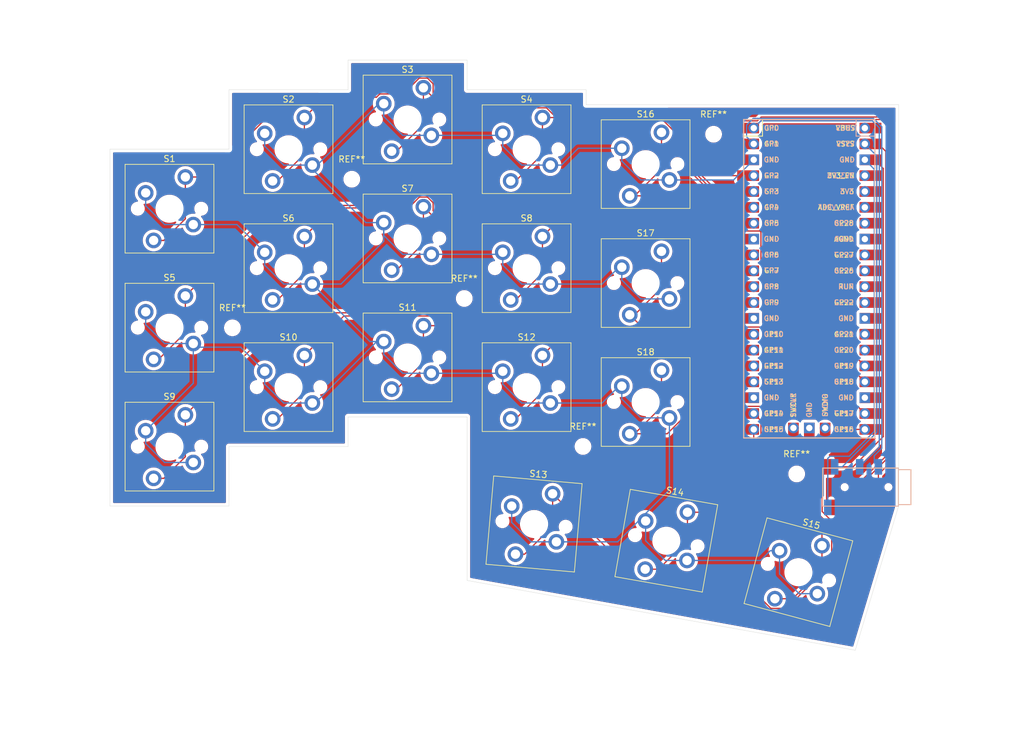
<source format=kicad_pcb>
(kicad_pcb (version 20240108) (generator "pcbnew") (generator_version "8.0")
  (layers (0 "F.Cu" signal) (31 "B.Cu" signal) (34 "B.Paste" user) (35 "F.Paste" user) (36 "B.SilkS" user "B.Silkscreen") (37 "F.SilkS" user "F.Silkscreen") (38 "B.Mask" user) (39 "F.Mask" user) (44 "Edge.Cuts" user))
  (net 0 "")
  (net 1 "k1")
  (net 6 "Net-(U1-GPIO0)")
  (net 7 "k2")
  (net 9 "Net-(U1-GPIO1)")
  (net 13 "Net-(U2-SLEEVE)")
  (net 14 "Net-(U1-VSYS)")
  (net 20 "k3")
  (net 24 "k4")
  (net 29 "k5")
  (net 30 "k6")
  (net 31 "k7")
  (net 32 "k8")
  (net 33 "k9")
  (net 34 "k10")
  (net 35 "k11")
  (net 36 "k12")
  (net 37 "k13")
  (net 38 "k14")
  (net 39 "k15")
  (net 40 "k16")
  (net 41 "k17")
  (net 42 "k18")
  (net 43 "gnd")
  (footprint "ScottoKeebs_MX:MX_PCB_1.00u_Reversable" (layer "F.Cu") (at 165.340376 115.098648 -5)
    (property "Reference" "S13")
    (property "Value" "Keyswitch")
  )
  (footprint "ScottoKeebs_MX:MX_PCB_1.00u_Reversable" (layer "F.Cu") (at 106.9975 64.61125)
    (property "Reference" "S1")
    (property "Value" "Keyswitch")
  )
  (footprint "ScottoKeebs_MX:MX_PCB_1.00u_Reversable" (layer "F.Cu") (at 186.508551 117.780511 -10)
    (property "Reference" "S14")
    (property "Value" "Keyswitch")
  )
  (footprint "ScottoKeebs_MX:MX_PCB_1.00u_Reversable" (layer "F.Cu") (at 164.1475 55.08625)
    (property "Reference" "S4")
    (property "Value" "Keyswitch")
  )
  (footprint "ScottoKeebs_MX:MX_PCB_1.00u_Reversable" (layer "F.Cu") (at 183.1975 57.4675)
    (property "Reference" "S16")
    (property "Value" "Keyswitch")
  )
  (footprint "ScottoKeebs_MX:MX_PCB_1.00u_Reversable" (layer "F.Cu") (at 164.1475 93.18625)
    (property "Reference" "S12")
    (property "Value" "Keyswitch")
  )
  (footprint "ScottoKeebs_MX:MX_PCB_1.00u_Reversable" (layer "F.Cu") (at 207.651527 122.819553 -15)
    (property "Reference" "S15")
    (property "Value" "Keyswitch")
  )
  (footprint "ScottoKeebs_MX:MX_PCB_1.00u_Reversable" (layer "F.Cu") (at 183.1975 95.5675)
    (property "Reference" "S18")
    (property "Value" "Keyswitch")
  )
  (footprint "MountingHole:MountingHole_2.2mm_M2" (layer "F.Cu") (at 173.1725 102.68625)
    (property "Reference" "REF**")
    (property "Value" "MountingHole_2.2mm_M2")
  )
  (footprint "ScottoKeebs_MX:MX_PCB_1.00u_Reversable" (layer "F.Cu") (at 145.0975 50.32375)
    (property "Reference" "S3")
    (property "Value" "Keyswitch")
  )
  (footprint "Audio_Module:TRRS-PJ-320D" (layer "F.Cu") (at 223.6525 109.19625 -90)
    (property "Reference" "U2")
    (property "Value" "TRRS")
  )
  (footprint "MountingHole:MountingHole_2.2mm_M2" (layer "F.Cu") (at 117.0725 83.68625)
    (property "Reference" "REF**")
    (property "Value" "MountingHole_2.2mm_M2")
  )
  (footprint "ScottoKeebs_MX:MX_PCB_1.00u_Reversable" (layer "F.Cu") (at 145.0975 69.37375)
    (property "Reference" "S7")
    (property "Value" "Keyswitch")
  )
  (footprint "ScottoKeebs_MX:MX_PCB_1.00u_Reversable" (layer "F.Cu") (at 126.0475 74.13625)
    (property "Reference" "S6")
    (property "Value" "Keyswitch")
  )
  (footprint "MountingHole:MountingHole_2.2mm_M2" (layer "F.Cu") (at 154.1725 78.98625)
    (property "Reference" "REF**")
    (property "Value" "MountingHole_2.2mm_M2")
  )
  (footprint "ScottoKeebs_MX:MX_PCB_1.00u_Reversable" (layer "F.Cu") (at 145.0975 88.42375)
    (property "Reference" "S11")
    (property "Value" "Keyswitch")
  )
  (footprint "MountingHole:MountingHole_2.2mm_M2" (layer "F.Cu") (at 194.0725 52.68625)
    (property "Reference" "REF**")
    (property "Value" "MountingHole_2.2mm_M2")
  )
  (footprint "ScottoKeebs_MX:MX_PCB_1.00u_Reversable" (layer "F.Cu") (at 106.9975 83.66125)
    (property "Reference" "S5")
    (property "Value" "Keyswitch")
  )
  (footprint "ScottoKeebs_MX:MX_PCB_1.00u_Reversable" (layer "F.Cu") (at 126.0475 55.08625)
    (property "Reference" "S2")
    (property "Value" "Keyswitch")
  )
  (footprint "ScottoKeebs_MX:MX_PCB_1.00u_Reversable" (layer "F.Cu") (at 106.9975 102.71125)
    (property "Reference" "S9")
    (property "Value" "Keyswitch")
  )
  (footprint "ScottoKeebs_MX:MX_PCB_1.00u_Reversable" (layer "F.Cu") (at 183.1975 76.5175)
    (property "Reference" "S17")
    (property "Value" "Keyswitch")
  )
  (footprint "MountingHole:MountingHole_2.2mm_M2" (layer "F.Cu") (at 136.1725 59.88625)
    (property "Reference" "REF**")
    (property "Value" "MountingHole_2.2mm_M2")
  )
  (footprint "MountingHole:MountingHole_2.2mm_M2" (layer "F.Cu") (at 207.3725 107.08625)
    (property "Reference" "REF**")
    (property "Value" "MountingHole_2.2mm_M2")
  )
  (footprint "ScottoKeebs_MCU:Raspberry_Pi_Pico" (layer "F.Cu") (at 209.39125 75.82375)
    (property "Reference" "U1" (hide yes))
    (property "Value" "Raspberry_Pi_Pico" (hide yes))
  )
  (footprint "ScottoKeebs_MX:MX_PCB_1.00u_Reversable" (layer "F.Cu") (at 126.0475 93.18625)
    (property "Reference" "S10")
    (property "Value" "Keyswitch")
  )
  (footprint "ScottoKeebs_MX:MX_PCB_1.00u_Reversable" (layer "F.Cu") (at 164.1475 74.13625)
    (property "Reference" "S8")
    (property "Value" "Keyswitch")
  )
  (footprint "Audio_Module:TRRS-PJ-320D" (layer "B.Cu") (at 223.6525 109.19625 90)
    (property "Reference" "U3")
    (property "Value" "TRRS")
  )
  (gr_line (start 154.6225 45.56125) (end 173.6725 45.56125) (stroke (width 0.05)) (layer "Edge.Cuts"))
  (gr_line (start 135.5725 102.71125) (end 135.5725 97.94875) (stroke (width 0.05)) (layer "Edge.Cuts"))
  (gr_line (start 97.4725 55.08625) (end 97.4725 112.23625) (stroke (width 0.05)) (layer "Edge.Cuts"))
  (gr_line (start 173.6725 47.9425) (end 192.7225 47.9425) (stroke (width 0.05)) (layer "Edge.Cuts"))
  (gr_line (start 97.4725 55.08625) (end 116.5225 55.08625) (stroke (width 0.05)) (layer "Edge.Cuts"))
  (gr_line (start 223.67875 112.23625) (end 216.750881 135.322859) (stroke (width 0.05)) (layer "Edge.Cuts"))
  (gr_line (start 173.6725 45.56125) (end 173.6725 47.9425) (stroke (width 0.05)) (layer "Edge.Cuts"))
  (gr_line (start 154.6225 124.1425) (end 216.750881 135.322859) (stroke (width 0.05)) (layer "Edge.Cuts"))
  (gr_line (start 154.6225 97.94875) (end 154.6225 124.1425) (stroke (width 0.05)) (layer "Edge.Cuts"))
  (gr_line (start 135.5725 45.56125) (end 135.5725 40.79875) (stroke (width 0.05)) (layer "Edge.Cuts"))
  (gr_line (start 192.7225 47.9425) (end 223.682724 47.9425) (stroke (width 0.05)) (layer "Edge.Cuts"))
  (gr_line (start 116.5225 112.23625) (end 116.5225 102.71125) (stroke (width 0.05)) (layer "Edge.Cuts"))
  (gr_line (start 116.5225 55.08625) (end 116.5225 45.56125) (stroke (width 0.05)) (layer "Edge.Cuts"))
  (gr_line (start 97.4725 112.23625) (end 116.5225 112.23625) (stroke (width 0.05)) (layer "Edge.Cuts"))
  (gr_line (start 116.5225 102.71125) (end 135.5725 102.71125) (stroke (width 0.05)) (layer "Edge.Cuts"))
  (gr_line (start 154.6225 40.79875) (end 154.6225 45.56125) (stroke (width 0.05)) (layer "Edge.Cuts"))
  (gr_line (start 135.5725 40.79875) (end 154.6225 40.79875) (stroke (width 0.05)) (layer "Edge.Cuts"))
  (gr_line (start 223.682724 47.9425) (end 223.67875 112.23625) (stroke (width 0.05)) (layer "Edge.Cuts"))
  (gr_line (start 116.5225 45.56125) (end 135.5725 45.56125) (stroke (width 0.05)) (layer "Edge.Cuts"))
  (gr_line (start 135.5725 97.94875) (end 154.6225 97.94875) (stroke (width 0.05)) (layer "Edge.Cuts"))
  (segment (start 186.04534 48.80625) (end 186.279654 49.040565) (width 0.2) (layer "F.Cu") (net 1))
  (segment (start 167.660904 47.65625) (end 168.810904 48.80625) (width 0.2) (layer "F.Cu") (net 1))
  (segment (start 131.676189 46.351875) (end 139.961657 46.351875) (width 0.2) (layer "F.Cu") (net 1))
  (segment (start 146.799314 43.29375) (end 148.445218 43.29375) (width 0.2) (layer "F.Cu") (net 1))
  (segment (start 139.961657 46.351875) (end 140.479782 45.83375) (width 0.2) (layer "F.Cu") (net 1))
  (segment (start 144.259314 45.83375) (end 146.799314 43.29375) (width 0.2) (layer "F.Cu") (net 1))
  (segment (start 149.5875 46.062378) (end 151.181372 47.65625) (width 0.2) (layer "F.Cu") (net 1))
  (segment (start 106.075468 69.69125) (end 104.4575 69.69125) (width 0.2) (layer "F.Cu") (net 1))
  (segment (start 190.7025 53.46341) (end 190.7025 57.263064) (width 0.2) (layer "F.Cu") (net 1))
  (segment (start 109.5375 66.229218) (end 106.075468 69.69125) (width 0.2) (layer "F.Cu") (net 1))
  (segment (start 186.279654 49.040565) (end 190.7025 53.46341) (width 0.2) (layer "F.Cu") (net 1))
  (segment (start 190.7025 57.263064) (end 192.753186 59.31375) (width 0.2) (layer "F.Cu") (net 1))
  (segment (start 192.753186 59.31375) (end 200.50125 59.31375) (width 0.2) (layer "F.Cu") (net 1))
  (segment (start 151.181372 47.65625) (end 167.660904 47.65625) (width 0.2) (layer "F.Cu") (net 1))
  (segment (start 109.5375 59.53125) (end 109.5375 66.229218) (width 0.2) (layer "F.Cu") (net 1))
  (segment (start 109.5375 59.53125) (end 113.268125 59.53125) (width 0.2) (layer "F.Cu") (net 1))
  (segment (start 148.445218 43.29375) (end 149.5875 44.436032) (width 0.2) (layer "F.Cu") (net 1))
  (segment (start 124.649218 47.9425) (end 130.085564 47.9425) (width 0.2) (layer "F.Cu") (net 1))
  (segment (start 168.810904 48.80625) (end 186.04534 48.80625) (width 0.2) (layer "F.Cu") (net 1))
  (segment (start 113.268125 59.323593) (end 124.649218 47.9425) (width 0.2) (layer "F.Cu") (net 1))
  (segment (start 113.268125 59.53125) (end 113.268125 59.323593) (width 0.2) (layer "F.Cu") (net 1))
  (segment (start 130.085564 47.9425) (end 131.676189 46.351875) (width 0.2) (layer "F.Cu") (net 1))
  (segment (start 140.479782 45.83375) (end 144.259314 45.83375) (width 0.2) (layer "F.Cu") (net 1))
  (segment (start 149.5875 44.436032) (end 149.5875 46.062378) (width 0.2) (layer "F.Cu") (net 1))
  (segment (start 217.4525 112.44625) (end 217.4525 109.011936) (width 0.2) (layer "F.Cu") (net 6))
  (segment (start 201.87125 50.32375) (end 200.50125 51.69375) (width 0.2) (layer "F.Cu") (net 6))
  (segment (start 222.03125 104.433186) (end 222.03125 51.34375) (width 0.2) (layer "F.Cu") (net 6))
  (segment (start 221.01125 50.32375) (end 201.87125 50.32375) (width 0.2) (layer "F.Cu") (net 6))
  (segment (start 222.03125 51.34375) (end 221.01125 50.32375) (width 0.2) (layer "F.Cu") (net 6))
  (segment (start 217.4525 109.011936) (end 222.03125 104.433186) (width 0.2) (layer "F.Cu") (net 6))
  (segment (start 220.593125 102.805625) (end 220.593125 51.655625) (width 0.2) (layer "B.Cu") (net 6))
  (segment (start 219.48125 50.54375) (end 201.65125 50.54375) (width 0.2) (layer "B.Cu") (net 6))
  (segment (start 217.4525 105.94625) (end 220.593125 102.805625) (width 0.2) (layer "B.Cu") (net 6))
  (segment (start 201.65125 50.54375) (end 200.50125 51.69375) (width 0.2) (layer "B.Cu") (net 6))
  (segment (start 220.593125 51.655625) (end 219.48125 50.54375) (width 0.2) (layer "B.Cu") (net 6))
  (segment (start 148.279532 43.69375) (end 149.1875 44.601718) (width 0.2) (layer "F.Cu") (net 7))
  (segment (start 144.425 46.23375) (end 146.965 43.69375) (width 0.2) (layer "F.Cu") (net 7))
  (segment (start 128.5875 50.00625) (end 128.5875 55.869652) (width 0.2) (layer "F.Cu") (net 7))
  (segment (start 168.645218 49.20625) (end 185.879654 49.20625) (width 0.2) (layer "F.Cu") (net 7))
  (segment (start 149.1875 46.228064) (end 151.015686 48.05625) (width 0.2) (layer "F.Cu") (net 7))
  (segment (start 128.5875 50.00625) (end 131.841875 46.751875) (width 0.2) (layer "F.Cu") (net 7))
  (segment (start 167.495218 48.05625) (end 168.645218 49.20625) (width 0.2) (layer "F.Cu") (net 7))
  (segment (start 140.645468 46.23375) (end 144.425 46.23375) (width 0.2) (layer "F.Cu") (net 7))
  (segment (start 151.015686 48.05625) (end 167.495218 48.05625) (width 0.2) (layer "F.Cu") (net 7))
  (segment (start 190.3025 57.42875) (end 194.7275 61.85375) (width 0.2) (layer "F.Cu") (net 7))
  (segment (start 185.879654 49.20625) (end 190.3025 53.629096) (width 0.2) (layer "F.Cu") (net 7))
  (segment (start 194.7275 61.85375) (end 200.50125 61.85375) (width 0.2) (layer "F.Cu") (net 7))
  (segment (start 146.965 43.69375) (end 148.279532 43.69375) (width 0.2) (layer "F.Cu") (net 7))
  (segment (start 131.841875 46.751875) (end 140.127343 46.751875) (width 0.2) (layer "F.Cu") (net 7))
  (segment (start 140.127343 46.751875) (end 140.645468 46.23375) (width 0.2) (layer "F.Cu") (net 7))
  (segment (start 128.5875 55.869652) (end 124.290902 60.16625) (width 0.2) (layer "F.Cu") (net 7))
  (segment (start 149.1875 44.601718) (end 149.1875 46.228064) (width 0.2) (layer "F.Cu") (net 7))
  (segment (start 124.290902 60.16625) (end 123.5075 60.16625) (width 0.2) (layer "F.Cu") (net 7))
  (segment (start 190.3025 53.629096) (end 190.3025 57.42875) (width 0.2) (layer "F.Cu") (net 7))
  (segment (start 198.94125 54.23375) (end 200.50125 54.23375) (width 0.2) (layer "F.Cu") (net 9))
  (segment (start 197.55125 50.54375) (end 197.55125 52.84375) (width 0.2) (layer "F.Cu") (net 9))
  (segment (start 222.488125 51.062188) (end 221.349687 49.92375) (width 0.2) (layer "F.Cu") (net 9))
  (segment (start 197.55125 52.84375) (end 198.94125 54.23375) (width 0.2) (layer "F.Cu") (net 9))
  (segment (start 222.488125 105.129718) (end 222.488125 51.062188) (width 0.2) (layer "F.Cu") (net 9))
  (segment (start 220.4525 107.165343) (end 222.488125 105.129718) (width 0.2) (layer "F.Cu") (net 9))
  (segment (start 201.705564 49.92375) (end 201.085564 50.54375) (width 0.2) (layer "F.Cu") (net 9))
  (segment (start 221.349687 49.92375) (end 201.705564 49.92375) (width 0.2) (layer "F.Cu") (net 9))
  (segment (start 201.085564 50.54375) (end 197.55125 50.54375) (width 0.2) (layer "F.Cu") (net 9))
  (segment (start 220.4525 112.44625) (end 220.4525 107.165343) (width 0.2) (layer "F.Cu") (net 9))
  (segment (start 199.35125 53.08375) (end 200.50125 54.23375) (width 0.2) (layer "B.Cu") (net 9))
  (segment (start 219.646936 50.14375) (end 200.424904 50.14375) (width 0.2) (layer "B.Cu") (net 9))
  (segment (start 220.993125 51.489939) (end 219.646936 50.14375) (width 0.2) (layer "B.Cu") (net 9))
  (segment (start 220.4525 105.94625) (end 219.793125 105.286875) (width 0.2) (layer "B.Cu") (net 9))
  (segment (start 219.793125 104.171311) (end 220.993125 102.971311) (width 0.2) (layer "B.Cu") (net 9))
  (segment (start 200.424904 50.14375) (end 199.35125 51.217404) (width 0.2) (layer "B.Cu") (net 9))
  (segment (start 220.993125 102.971311) (end 220.993125 51.489939) (width 0.2) (layer "B.Cu") (net 9))
  (segment (start 199.35125 51.217404) (end 199.35125 53.08375) (width 0.2) (layer "B.Cu") (net 9))
  (segment (start 219.793125 105.286875) (end 219.793125 104.171311) (width 0.2) (layer "B.Cu") (net 9))
  (segment (start 216.38875 105.94625) (end 221.23125 101.10375) (width 0.2) (layer "F.Cu") (net 13))
  (segment (start 219.84125 56.77375) (end 218.28125 56.77375) (width 0.2) (layer "F.Cu") (net 13))
  (segment (start 221.23125 101.10375) (end 221.23125 58.16375) (width 0.2) (layer "F.Cu") (net 13))
  (segment (start 221.23125 58.16375) (end 219.84125 56.77375) (width 0.2) (layer "F.Cu") (net 13))
  (segment (start 212.3525 105.94625) (end 216.38875 105.94625) (width 0.2) (layer "F.Cu") (net 13))
  (segment (start 215.795721 104.256154) (end 219.793125 100.25875) (width 0.2) (layer "B.Cu") (net 13))
  (segment (start 212.3525 104.59625) (end 212.692596 104.256154) (width 0.2) (layer "B.Cu") (net 13))
  (segment (start 219.793125 100.25875) (end 219.793125 99.67125) (width 0.2) (layer "B.Cu") (net 13))
  (segment (start 212.3525 112.44625) (end 212.3525 104.59625) (width 0.2) (layer "B.Cu") (net 13))
  (segment (start 219.793125 99.67125) (end 219.793125 58.285625) (width 0.2) (layer "B.Cu") (net 13))
  (segment (start 212.692596 104.256154) (end 215.795721 104.256154) (width 0.2) (layer "B.Cu") (net 13))
  (segment (start 219.793125 58.285625) (end 218.28125 56.77375) (width 0.2) (layer "B.Cu") (net 13))
  (segment (start 220.445 54.23375) (end 218.28125 54.23375) (width 0.2) (layer "F.Cu") (net 14))
  (segment (start 221.63125 104.2675) (end 221.63125 55.42) (width 0.2) (layer "F.Cu") (net 14))
  (segment (start 221.63125 55.42) (end 220.445 54.23375) (width 0.2) (layer "F.Cu") (net 14))
  (segment (start 213.4525 112.44625) (end 221.63125 104.2675) (width 0.2) (layer "F.Cu") (net 14))
  (segment (start 220.193125 100.424436) (end 220.193125 56.145625) (width 0.2) (layer "B.Cu") (net 14))
  (segment (start 213.4525 105.94625) (end 214.671311 105.94625) (width 0.2) (layer "B.Cu") (net 14))
  (segment (start 214.671311 105.94625) (end 220.193125 100.424436) (width 0.2) (layer "B.Cu") (net 14))
  (segment (start 220.193125 56.145625) (end 218.28125 54.23375) (width 0.2) (layer "B.Cu") (net 14))
  (segment (start 185.713968 49.60625) (end 189.9025 53.794782) (width 0.2) (layer "F.Cu") (net 20))
  (segment (start 147.6375 51.107152) (end 143.340902 55.40375) (width 0.2) (layer "F.Cu") (net 20))
  (segment (start 167.329532 48.45625) (end 168.479532 49.60625) (width 0.2) (layer "F.Cu") (net 20))
  (segment (start 196.642561 64.39375) (end 200.50125 64.39375) (width 0.2) (layer "F.Cu") (net 20))
  (segment (start 147.6375 45.24375) (end 150.85 48.45625) (width 0.2) (layer "F.Cu") (net 20))
  (segment (start 143.340902 55.40375) (end 142.5575 55.40375) (width 0.2) (layer "F.Cu") (net 20))
  (segment (start 147.6375 45.24375) (end 147.6375 51.107152) (width 0.2) (layer "F.Cu") (net 20))
  (segment (start 189.9025 53.794782) (end 189.9025 57.653689) (width 0.2) (layer "F.Cu") (net 20))
  (segment (start 168.479532 49.60625) (end 185.713968 49.60625) (width 0.2) (layer "F.Cu") (net 20))
  (segment (start 150.85 48.45625) (end 167.329532 48.45625) (width 0.2) (layer "F.Cu") (net 20))
  (segment (start 189.9025 57.653689) (end 196.642561 64.39375) (width 0.2) (layer "F.Cu") (net 20))
  (segment (start 166.6875 50.00625) (end 166.6875 55.869652) (width 0.2) (layer "F.Cu") (net 24))
  (segment (start 166.6875 50.00625) (end 185.548282 50.00625) (width 0.2) (layer "F.Cu") (net 24))
  (segment (start 185.548282 50.00625) (end 189.5025 53.960468) (width 0.2) (layer "F.Cu") (net 24))
  (segment (start 162.390902 60.16625) (end 161.6075 60.16625) (width 0.2) (layer "F.Cu") (net 24))
  (segment (start 166.6875 55.869652) (end 162.390902 60.16625) (width 0.2) (layer "F.Cu") (net 24))
  (segment (start 189.5025 57.819375) (end 198.616875 66.93375) (width 0.2) (layer "F.Cu") (net 24))
  (segment (start 189.5025 53.960468) (end 189.5025 57.819375) (width 0.2) (layer "F.Cu") (net 24))
  (segment (start 198.616875 66.93375) (end 200.50125 66.93375) (width 0.2) (layer "F.Cu") (net 24))
  (segment (start 145.087282 64.08625) (end 146.829782 62.34375) (width 0.2) (layer "F.Cu") (net 29))
  (segment (start 109.5375 84.444652) (end 105.240902 88.74125) (width 0.2) (layer "F.Cu") (net 29))
  (segment (start 150.845217 64.743749) (end 186.901874 64.743749) (width 0.2) (layer "F.Cu") (net 29))
  (segment (start 148.445218 62.34375) (end 150.845217 64.743749) (width 0.2) (layer "F.Cu") (net 29))
  (segment (start 146.829782 62.34375) (end 148.445218 62.34375) (width 0.2) (layer "F.Cu") (net 29))
  (segment (start 109.5375 78.58125) (end 109.5375 84.444652) (width 0.2) (layer "F.Cu") (net 29))
  (segment (start 194.171875 72.01375) (end 200.50125 72.01375) (width 0.2) (layer "F.Cu") (net 29))
  (segment (start 124.0325 64.08625) (end 145.087282 64.08625) (width 0.2) (layer "F.Cu") (net 29))
  (segment (start 186.901874 64.743749) (end 194.171875 72.01375) (width 0.2) (layer "F.Cu") (net 29))
  (segment (start 105.240902 88.74125) (end 104.4575 88.74125) (width 0.2) (layer "F.Cu") (net 29))
  (segment (start 109.5375 78.58125) (end 124.0325 64.08625) (width 0.2) (layer "F.Cu") (net 29))
  (segment (start 128.5875 74.919652) (end 124.290902 79.21625) (width 0.2) (layer "F.Cu") (net 30))
  (segment (start 128.5875 69.05625) (end 133.1575 64.48625) (width 0.2) (layer "F.Cu") (net 30))
  (segment (start 148.279532 62.74375) (end 149.1875 63.651718) (width 0.2) (layer "F.Cu") (net 30))
  (segment (start 133.1575 64.48625) (end 145.252968 64.48625) (width 0.2) (layer "F.Cu") (net 30))
  (segment (start 124.290902 79.21625) (end 123.5075 79.21625) (width 0.2) (layer "F.Cu") (net 30))
  (segment (start 145.252968 64.48625) (end 146.995468 62.74375) (width 0.2) (layer "F.Cu") (net 30))
  (segment (start 149.1875 64.935782) (end 149.395467 65.143749) (width 0.2) (layer "F.Cu") (net 30))
  (segment (start 146.995468 62.74375) (end 148.279532 62.74375) (width 0.2) (layer "F.Cu") (net 30))
  (segment (start 128.5875 69.05625) (end 128.5875 74.919652) (width 0.2) (layer "F.Cu") (net 30))
  (segment (start 149.1875 63.651718) (end 149.1875 64.935782) (width 0.2) (layer "F.Cu") (net 30))
  (segment (start 186.676935 65.143749) (end 196.086936 74.55375) (width 0.2) (layer "F.Cu") (net 30))
  (segment (start 149.395467 65.143749) (end 186.676935 65.143749) (width 0.2) (layer "F.Cu") (net 30))
  (segment (start 196.086936 74.55375) (end 200.50125 74.55375) (width 0.2) (layer "F.Cu") (net 30))
  (segment (start 198.06125 77.09375) (end 200.50125 77.09375) (width 0.2) (layer "F.Cu") (net 31))
  (segment (start 147.6375 64.29375) (end 148.887499 65.543749) (width 0.2) (layer "F.Cu") (net 31))
  (segment (start 147.6375 70.157152) (end 143.340902 74.45375) (width 0.2) (layer "F.Cu") (net 31))
  (segment (start 186.511249 65.543749) (end 198.06125 77.09375) (width 0.2) (layer "F.Cu") (net 31))
  (segment (start 143.340902 74.45375) (end 142.5575 74.45375) (width 0.2) (layer "F.Cu") (net 31))
  (segment (start 147.6375 64.29375) (end 147.6375 70.157152) (width 0.2) (layer "F.Cu") (net 31))
  (segment (start 148.887499 65.543749) (end 186.511249 65.543749) (width 0.2) (layer "F.Cu") (net 31))
  (segment (start 162.390902 79.21625) (end 161.6075 79.21625) (width 0.2) (layer "F.Cu") (net 32))
  (segment (start 166.6875 69.05625) (end 166.6875 74.919652) (width 0.2) (layer "F.Cu") (net 32))
  (segment (start 186.345563 65.943749) (end 197.55125 77.149436) (width 0.2) (layer "F.Cu") (net 32))
  (segment (start 166.6875 74.919652) (end 162.390902 79.21625) (width 0.2) (layer "F.Cu") (net 32))
  (segment (start 166.6875 69.05625) (end 169.800001 65.943749) (width 0.2) (layer "F.Cu") (net 32))
  (segment (start 197.55125 77.149436) (end 197.55125 78.24375) (width 0.2) (layer "F.Cu") (net 32))
  (segment (start 198.94125 79.63375) (end 200.50125 79.63375) (width 0.2) (layer "F.Cu") (net 32))
  (segment (start 197.55125 78.24375) (end 198.94125 79.63375) (width 0.2) (layer "F.Cu") (net 32))
  (segment (start 169.800001 65.943749) (end 186.345563 65.943749) (width 0.2) (layer "F.Cu") (net 32))
  (segment (start 109.5375 97.63125) (end 109.5375 104.329218) (width 0.2) (layer "F.Cu") (net 33))
  (segment (start 153.29375 84.71375) (end 200.50125 84.71375) (width 0.2) (layer "F.Cu") (net 33))
  (segment (start 109.5375 97.63125) (end 125.88875 81.28) (width 0.2) (layer "F.Cu") (net 33))
  (segment (start 125.88875 81.28) (end 149.86 81.28) (width 0.2) (layer "F.Cu") (net 33))
  (segment (start 106.075468 107.79125) (end 104.4575 107.79125) (width 0.2) (layer "F.Cu") (net 33))
  (segment (start 109.5375 104.329218) (end 106.075468 107.79125) (width 0.2) (layer "F.Cu") (net 33))
  (segment (start 149.86 81.28) (end 153.29375 84.71375) (width 0.2) (layer "F.Cu") (net 33))
  (segment (start 195.365625 85.11375) (end 197.505625 87.25375) (width 0.2) (layer "F.Cu") (net 34))
  (segment (start 153.128064 85.11375) (end 195.365625 85.11375) (width 0.2) (layer "F.Cu") (net 34))
  (segment (start 124.290902 98.26625) (end 123.5075 98.26625) (width 0.2) (layer "F.Cu") (net 34))
  (segment (start 149.808064 81.79375) (end 153.128064 85.11375) (width 0.2) (layer "F.Cu") (net 34))
  (segment (start 128.5875 93.969652) (end 124.290902 98.26625) (width 0.2) (layer "F.Cu") (net 34))
  (segment (start 128.5875 88.10625) (end 134.9 81.79375) (width 0.2) (layer "F.Cu") (net 34))
  (segment (start 197.505625 87.25375) (end 200.50125 87.25375) (width 0.2) (layer "F.Cu") (net 34))
  (segment (start 134.9 81.79375) (end 149.808064 81.79375) (width 0.2) (layer "F.Cu") (net 34))
  (segment (start 128.5875 88.10625) (end 128.5875 93.969652) (width 0.2) (layer "F.Cu") (net 34))
  (segment (start 193.4275 85.51375) (end 197.7075 89.79375) (width 0.2) (layer "F.Cu") (net 35))
  (segment (start 143.340902 93.50375) (end 142.5575 93.50375) (width 0.2) (layer "F.Cu") (net 35))
  (segment (start 147.6375 83.34375) (end 147.6375 89.207152) (width 0.2) (layer "F.Cu") (net 35))
  (segment (start 147.6375 83.34375) (end 150.733125 83.34375) (width 0.2) (layer "F.Cu") (net 35))
  (segment (start 197.7075 89.79375) (end 200.50125 89.79375) (width 0.2) (layer "F.Cu") (net 35))
  (segment (start 147.6375 89.207152) (end 143.340902 93.50375) (width 0.2) (layer "F.Cu") (net 35))
  (segment (start 150.733125 83.34375) (end 152.903125 85.51375) (width 0.2) (layer "F.Cu") (net 35))
  (segment (start 152.903125 85.51375) (end 193.4275 85.51375) (width 0.2) (layer "F.Cu") (net 35))
  (segment (start 197.485 90.136936) (end 197.485 90.94375) (width 0.2) (layer "F.Cu") (net 36))
  (segment (start 199.681814 92.33375) (end 200.50125 92.33375) (width 0.2) (layer "F.Cu") (net 36))
  (segment (start 162.390902 98.26625) (end 161.6075 98.26625) (width 0.2) (layer "F.Cu") (net 36))
  (segment (start 166.6875 93.969652) (end 162.390902 98.26625) (width 0.2) (layer "F.Cu") (net 36))
  (segment (start 168.88 85.91375) (end 193.261814 85.91375) (width 0.2) (layer "F.Cu") (net 36))
  (segment (start 197.485 90.94375) (end 198.291814 90.94375) (width 0.2) (layer "F.Cu") (net 36))
  (segment (start 198.291814 90.94375) (end 199.681814 92.33375) (width 0.2) (layer "F.Cu") (net 36))
  (segment (start 193.261814 85.91375) (end 197.485 90.136936) (width 0.2) (layer "F.Cu") (net 36))
  (segment (start 166.6875 88.10625) (end 168.88 85.91375) (width 0.2) (layer "F.Cu") (net 36))
  (segment (start 166.6875 88.10625) (end 166.6875 93.969652) (width 0.2) (layer "F.Cu") (net 36))
  (segment (start 211.4525 113.106875) (end 211.4525 104.221875) (width 0.2) (layer "F.Cu") (net 37))
  (segment (start 215.720625 99.95375) (end 218.28125 99.95375) (width 0.2) (layer "F.Cu") (net 37))
  (segment (start 168.313461 110.259355) (end 168.313461 115.448965) (width 0.2) (layer "F.Cu") (net 37))
  (segment (start 168.313461 115.448965) (end 163.824485 119.937941) (width 0.2) (layer "F.Cu") (net 37))
  (segment (start 168.313461 110.259355) (end 183.387231 125.333125) (width 0.2) (layer "F.Cu") (net 37))
  (segment (start 212.96978 121.390388) (end 212.96978 114.624155) (width 0.2) (layer "F.Cu") (net 37))
  (segment (start 212.96978 114.624155) (end 211.4525 113.106875) (width 0.2) (layer "F.Cu") (net 37))
  (segment (start 203.241242 128.619056) (end 205.741112 128.619056) (width 0.2) (layer "F.Cu") (net 37))
  (segment (start 163.824485 119.937941) (end 162.367291 119.937941) (width 0.2) (layer "F.Cu") (net 37))
  (segment (start 211.4525 104.221875) (end 215.720625 99.95375) (width 0.2) (layer "F.Cu") (net 37))
  (segment (start 183.387231 125.333125) (end 199.955311 125.333125) (width 0.2) (layer "F.Cu") (net 37))
  (segment (start 205.741112 128.619056) (end 212.96978 121.390388) (width 0.2) (layer "F.Cu") (net 37))
  (segment (start 199.955311 125.333125) (end 203.241242 128.619056) (width 0.2) (layer "F.Cu") (net 37))
  (segment (start 189.892095 117.720369) (end 185.270196 122.342268) (width 0.2) (layer "F.Cu") (net 38))
  (segment (start 194.121246 113.218754) (end 200.50125 106.83875) (width 0.2) (layer "F.Cu") (net 38))
  (segment (start 185.270196 122.342268) (end 183.125007 122.342268) (width 0.2) (layer "F.Cu") (net 38))
  (segment (start 189.892095 113.218754) (end 189.892095 117.720369) (width 0.2) (layer "F.Cu") (net 38))
  (segment (start 189.892095 113.218754) (end 194.121246 113.218754) (width 0.2) (layer "F.Cu") (net 38))
  (segment (start 200.50125 106.83875) (end 200.50125 99.95375) (width 0.2) (layer "F.Cu") (net 38))
  (segment (start 211.41978 116.64603) (end 201.65125 106.8775) (width 0.2) (layer "F.Cu") (net 39))
  (segment (start 211.41978 118.57005) (end 211.41978 122.374702) (width 0.2) (layer "F.Cu") (net 39))
  (segment (start 201.65125 106.8775) (end 201.65125 98.56375) (width 0.2) (layer "F.Cu") (net 39))
  (segment (start 211.41978 122.374702) (end 206.725426 127.069056) (width 0.2) (layer "F.Cu") (net 39))
  (segment (start 206.725426 127.069056) (end 203.883274 127.069056) (width 0.2) (layer "F.Cu") (net 39))
  (segment (start 201.65125 98.56375) (end 200.50125 97.41375) (width 0.2) (layer "F.Cu") (net 39))
  (segment (start 211.41978 118.57005) (end 211.41978 116.64603) (width 0.2) (layer "F.Cu") (net 39))
  (segment (start 181.440902 62.5475) (end 180.6575 62.5475) (width 0.2) (layer "F.Cu") (net 40))
  (segment (start 180.6575 62.5475) (end 192.015 62.5475) (width 0.2) (layer "F.Cu") (net 40))
  (segment (start 201.65125 68.32375) (end 201.65125 73.16375) (width 0.2) (layer "F.Cu") (net 40))
  (segment (start 185.7375 58.250902) (end 181.440902 62.5475) (width 0.2) (layer "F.Cu") (net 40))
  (segment (start 197.650625 68.183125) (end 201.510625 68.183125) (width 0.2) (layer "F.Cu") (net 40))
  (segment (start 201.65125 73.16375) (end 218.28125 89.79375) (width 0.2) (layer "F.Cu") (net 40))
  (segment (start 192.015 62.5475) (end 197.650625 68.183125) (width 0.2) (layer "F.Cu") (net 40))
  (segment (start 201.510625 68.183125) (end 201.65125 68.32375) (width 0.2) (layer "F.Cu") (net 40))
  (segment (start 185.7375 52.3875) (end 185.7375 58.250902) (width 0.2) (layer "F.Cu") (net 40))
  (segment (start 185.7375 71.4375) (end 185.7375 77.300902) (width 0.2) (layer "F.Cu") (net 41))
  (segment (start 181.440902 81.5975) (end 180.6575 81.5975) (width 0.2) (layer "F.Cu") (net 41))
  (segment (start 185.7375 77.300902) (end 181.440902 81.5975) (width 0.2) (layer "F.Cu") (net 41))
  (segment (start 182.62375 83.56375) (end 209.51125 83.56375) (width 0.2) (layer "F.Cu") (net 41))
  (segment (start 180.6575 81.5975) (end 182.62375 83.56375) (width 0.2) (layer "F.Cu") (net 41))
  (segment (start 209.51125 83.56375) (end 218.28125 92.33375) (width 0.2) (layer "F.Cu") (net 41))
  (segment (start 191.043282 96.26375) (end 217.13125 96.26375) (width 0.2) (layer "F.Cu") (net 42))
  (segment (start 180.6575 100.6475) (end 186.659532 100.6475) (width 0.2) (layer "F.Cu") (net 42))
  (segment (start 186.659532 100.6475) (end 191.043282 96.26375) (width 0.2) (layer "F.Cu") (net 42))
  (segment (start 217.13125 96.26375) (end 218.28125 97.41375) (width 0.2) (layer "F.Cu") (net 42))
  (segment (start 219.84125 97.41375) (end 218.28125 97.41375) (width 0.2) (layer "F.Cu") (net 42))
  (segment (start 185.7375 96.350902) (end 181.440902 100.6475) (width 0.2) (layer "F.Cu") (net 42))
  (segment (start 181.440902 100.6475) (end 180.6575 100.6475) (width 0.2) (layer "F.Cu") (net 42))
  (segment (start 185.7375 90.4875) (end 185.7375 96.350902) (width 0.2) (layer "F.Cu") (net 42))
  (segment (start 160.02 71.91375) (end 160.3375 71.59625) (width 0.2) (layer "B.Cu") (net 43))
  (segment (start 163.364098 57.62625) (end 167.9575 57.62625) (width 0.2) (layer "B.Cu") (net 43))
  (segment (start 141.2875 47.78375) (end 140.49375 47.78375) (width 0.2) (layer "B.Cu") (net 43))
  (segment (start 207.767678 126.259106) (end 204.62875 123.120178) (width 0.2) (layer "B.Cu") (net 43))
  (segment (start 178.925088 93.0275) (end 179.3875 93.0275) (width 0.2) (layer "B.Cu") (net 43))
  (segment (start 182.414098 79.0575) (end 187.0075 79.0575) (width 0.2) (layer "B.Cu") (net 43))
  (segment (start 179.3875 73.9775) (end 179.3875 76.030902) (width 0.2) (layer "B.Cu") (net 43))
  (segment (start 141.2875 49.837152) (end 144.314098 52.86375) (width 0.2) (layer "B.Cu") (net 43))
  (segment (start 110.8075 67.15125) (end 117.7925 67.15125) (width 0.2) (layer "B.Cu") (net 43))
  (segment (start 141.2875 47.78375) (end 141.2875 49.837152) (width 0.2) (layer "B.Cu") (net 43))
  (segment (start 144.314098 71.91375) (end 148.9075 71.91375) (width 0.2) (layer "B.Cu") (net 43))
  (segment (start 163.364098 95.72625) (end 167.9575 95.72625) (width 0.2) (layer "B.Cu") (net 43))
  (segment (start 160.3375 52.54625) (end 160.3375 54.599652) (width 0.2) (layer "B.Cu") (net 43))
  (segment (start 148.9075 52.86375) (end 160.02 52.86375) (width 0.2) (layer "B.Cu") (net 43))
  (segment (start 163.364098 76.67625) (end 167.9575 76.67625) (width 0.2) (layer "B.Cu") (net 43))
  (segment (start 129.8575 57.62625) (end 129.8575 58.27125) (width 0.2) (layer "B.Cu") (net 43))
  (segment (start 182.054194 114.6175) (end 183.1975 114.6175) (width 0.2) (layer "B.Cu") (net 43))
  (segment (start 187.0075 60.0075) (end 197.2675 60.0075) (width 0.2) (layer "B.Cu") (net 43))
  (segment (start 189.819602 120.943522) (end 201.573441 120.943522) (width 0.2) (layer "B.Cu") (net 43))
  (segment (start 210.674304 126.259106) (end 207.767678 126.259106) (width 0.2) (layer "B.Cu") (net 43))
  (segment (start 164.879372 117.961046) (end 161.76625 114.847924) (width 0.2) (layer "B.Cu") (net 43))
  (segment (start 111.3925 86.78625) (end 118.3775 86.78625) (width 0.2) (layer "B.Cu") (net 43))
  (segment (start 122.2375 71.59625) (end 122.2375 73.649652) (width 0.2) (layer "B.Cu") (net 43))
  (segment (start 160.3375 71.59625) (end 160.3375 73.649652) (width 0.2) (layer "B.Cu") (net 43))
  (segment (start 141.2875 68.887152) (end 144.314098 71.91375) (width 0.2) (layer "B.Cu") (net 43))
  (segment (start 106.214098 105.25125) (end 110.8075 105.25125) (width 0.2) (layer "B.Cu") (net 43))
  (segment (start 122.2375 90.64625) (end 122.2375 92.699652) (width 0.2) (layer "B.Cu") (net 43))
  (segment (start 140.162412 85.88375) (end 141.2875 85.88375) (width 0.2) (layer "B.Cu") (net 43))
  (segment (start 122.2375 52.54625) (end 122.2375 54.599652) (width 0.2) (layer "B.Cu") (net 43))
  (segment (start 160.3375 54.599652) (end 163.364098 57.62625) (width 0.2) (layer "B.Cu") (net 43))
  (segment (start 103.1875 62.07125) (end 103.1875 64.124652) (width 0.2) (layer "B.Cu") (net 43))
  (segment (start 161.76625 114.847924) (end 161.76625 112.23625) (width 0.2) (layer "B.Cu") (net 43))
  (segment (start 141.2875 87.937152) (end 144.314098 90.96375) (width 0.2) (layer "B.Cu") (net 43))
  (segment (start 197.2675 60.0075) (end 200.50125 56.77375) (width 0.2) (layer "B.Cu") (net 43))
  (segment (start 122.2375 54.599652) (end 125.264098 57.62625) (width 0.2) (layer "B.Cu") (net 43))
  (segment (start 130.319912 95.72625) (end 140.162412 85.88375) (width 0.2) (layer "B.Cu") (net 43))
  (segment (start 129.8575 76.67625) (end 134.447412 76.67625) (width 0.2) (layer "B.Cu") (net 43))
  (segment (start 189.819602 120.943522) (end 186.34816 120.943522) (width 0.2) (layer "B.Cu") (net 43))
  (segment (start 169.725266 57.62625) (end 172.424016 54.9275) (width 0.2) (layer "B.Cu") (net 43))
  (segment (start 110.8075 86.20125) (end 110.8075 92.55125) (width 0.2) (layer "B.Cu") (net 43))
  (segment (start 179.3875 93.0275) (end 179.3875 95.080902) (width 0.2) (layer "B.Cu") (net 43))
  (segment (start 144.314098 90.96375) (end 148.9075 90.96375) (width 0.2) (layer "B.Cu") (net 43))
  (segment (start 182.414098 98.1075) (end 187.0075 98.1075) (width 0.2) (layer "B.Cu") (net 43))
  (segment (start 141.2875 85.88375) (end 141.2875 87.937152) (width 0.2) (layer "B.Cu") (net 43))
  (segment (start 182.414098 60.0075) (end 187.0075 60.0075) (width 0.2) (layer "B.Cu") (net 43))
  (segment (start 160.3375 73.649652) (end 163.364098 76.67625) (width 0.2) (layer "B.Cu") (net 43))
  (segment (start 144.314098 52.86375) (end 148.9075 52.86375) (width 0.2) (layer "B.Cu") (net 43))
  (segment (start 129.8575 58.27125) (end 138.42 66.83375) (width 0.2) (layer "B.Cu") (net 43))
  (segment (start 168.914502 117.961046) (end 164.879372 117.961046) (width 0.2) (layer "B.Cu") (net 43))
  (segment (start 106.214098 86.20125) (end 103.1875 83.174652) (width 0.2) (layer "B.Cu") (net 43))
  (segment (start 179.3875 54.9275) (end 179.3875 56.980902) (width 0.2) (layer "B.Cu") (net 43))
  (segment (start 125.264098 76.67625) (end 129.8575 76.67625) (width 0.2) (layer "B.Cu") (net 43))
  (segment (start 179.3875 95.080902) (end 182.414098 98.1075) (width 0.2) (layer "B.Cu") (net 43))
  (segment (start 178.925088 73.9775) (end 179.3875 73.9775) (width 0.2) (layer "B.Cu") (net 43))
  (segment (start 139.065 85.88375) (end 129.8575 76.67625) (width 0.2) (layer "B.Cu") (net 43))
  (segment (start 103.1875 64.124652) (end 106.214098 67.15125) (width 0.2) (layer "B.Cu") (net 43))
  (segment (start 186.34816 120.943522) (end 183.1975 117.792862) (width 0.2) (layer "B.Cu") (net 43))
  (segment (start 179.3875 56.980902) (end 182.414098 60.0075) (width 0.2) (layer "B.Cu") (net 43))
  (segment (start 130.65125 57.62625) (end 129.8575 57.62625) (width 0.2) (layer "B.Cu") (net 43))
  (segment (start 148.9075 71.91375) (end 160.02 71.91375) (width 0.2) (layer "B.Cu") (net 43))
  (segment (start 141.2875 85.88375) (end 139.065 85.88375) (width 0.2) (layer "B.Cu") (net 43))
  (segment (start 122.2375 92.699652) (end 125.264098 95.72625) (width 0.2) (layer "B.Cu") (net 43))
  (segment (start 110.8075 92.55125) (end 103.1875 100.17125) (width 0.2) (layer "B.Cu") (net 43))
  (segment (start 110.8075 86.20125) (end 106.214098 86.20125) (width 0.2) (layer "B.Cu") (net 43))
  (segment (start 203.136963 119.38) (end 204.62875 119.38) (width 0.2) (layer "B.Cu") (net 43))
  (segment (start 187.0075 109.616875) (end 187.0075 98.1075) (width 0.2) (layer "B.Cu") (net 43))
  (segment (start 204.62875 123.120178) (end 204.62875 119.38) (width 0.2) (layer "B.Cu") (net 43))
  (segment (start 103.1875 100.17125) (end 103.1875 102.224652) (width 0.2) (layer "B.Cu") (net 43))
  (segment (start 125.264098 95.72625) (end 129.8575 95.72625) (width 0.2) (layer "B.Cu") (net 43))
  (segment (start 140.49375 47.78375) (end 130.65125 57.62625) (width 0.2) (layer "B.Cu") (net 43))
  (segment (start 106.214098 67.15125) (end 110.8075 67.15125) (width 0.2) (layer "B.Cu") (net 43))
  (segment (start 183.1975 117.792862) (end 183.1975 114.6175) (width 0.2) (layer "B.Cu") (net 43))
  (segment (start 183.1975 114.6175) (end 183.1975 113.426875) (width 0.2) (layer "B.Cu") (net 43))
  (segment (start 167.9575 76.67625) (end 176.226338 76.67625) (width 0.2) (layer "B.Cu") (net 43))
  (segment (start 168.914502 117.961046) (end 178.710648 117.961046) (width 0.2) (layer "B.Cu") (net 43))
  (segment (start 125.264098 57.62625) (end 129.8575 57.62625) (width 0.2) (layer "B.Cu") (net 43))
  (segment (start 178.710648 117.961046) (end 182.054194 114.6175) (width 0.2) (layer "B.Cu") (net 43))
  (segment (start 201.573441 120.943522) (end 203.136963 119.38) (width 0.2) (layer "B.Cu") (net 43))
  (segment (start 117.7925 67.15125) (end 122.2375 71.59625) (width 0.2) (layer "B.Cu") (net 43))
  (segment (start 138.42 66.83375) (end 141.2875 66.83375) (width 0.2) (layer "B.Cu") (net 43))
  (segment (start 141.2875 66.83375) (end 141.2875 68.887152) (width 0.2) (layer "B.Cu") (net 43))
  (segment (start 110.8075 86.20125) (end 111.3925 86.78625) (width 0.2) (layer "B.Cu") (net 43))
  (segment (start 160.02 90.96375) (end 160.3375 90.64625) (width 0.2) (layer "B.Cu") (net 43))
  (segment (start 122.2375 73.649652) (end 125.264098 76.67625) (width 0.2) (layer "B.Cu") (net 43))
  (segment (start 176.226338 95.72625) (end 178.925088 93.0275) (width 0.2) (layer "B.Cu") (net 43))
  (segment (start 183.1975 113.426875) (end 187.0075 109.616875) (width 0.2) (layer "B.Cu") (net 43))
  (segment (start 160.3375 90.64625) (end 160.3375 92.699652) (width 0.2) (layer "B.Cu") (net 43))
  (segment (start 141.2875 69.836162) (end 141.2875 66.83375) (width 0.2) (layer "B.Cu") (net 43))
  (segment (start 160.3375 92.699652) (end 163.364098 95.72625) (width 0.2) (layer "B.Cu") (net 43))
  (segment (start 103.1875 102.224652) (end 106.214098 105.25125) (width 0.2) (layer "B.Cu") (net 43))
  (segment (start 176.226338 76.67625) (end 178.925088 73.9775) (width 0.2) (layer "B.Cu") (net 43))
  (segment (start 167.9575 95.72625) (end 176.226338 95.72625) (width 0.2) (layer "B.Cu") (net 43))
  (segment (start 134.447412 76.67625) (end 141.2875 69.836162) (width 0.2) (layer "B.Cu") (net 43))
  (segment (start 160.02 52.86375) (end 160.3375 52.54625) (width 0.2) (layer "B.Cu") (net 43))
  (segment (start 172.424016 54.9275) (end 179.3875 54.9275) (width 0.2) (layer "B.Cu") (net 43))
  (segment (start 129.8575 95.72625) (end 130.319912 95.72625) (width 0.2) (layer "B.Cu") (net 43))
  (segment (start 103.1875 83.174652) (end 103.1875 81.12125) (width 0.2) (layer "B.Cu") (net 43))
  (segment (start 167.9575 57.62625) (end 169.725266 57.62625) (width 0.2) (layer "B.Cu") (net 43))
  (segment (start 148.9075 90.96375) (end 160.02 90.96375) (width 0.2) (layer "B.Cu") (net 43))
  (segment (start 118.3775 86.78625) (end 122.2375 90.64625) (width 0.2) (layer "B.Cu") (net 43))
  (segment (start 179.3875 76.030902) (end 182.414098 79.0575) (width 0.2) (layer "B.Cu") (net 43))
  (zone (net 0) (net_name "") (layer "F.Cu") (connect_pads (clearance 0.5)) (min_thickness 0.25) (fill yes (thermal_gap 0.5) (thermal_bridge_width 0.5) (island_removal_mode 1) (island_area_min 10))
    (polygon (pts (xy 90.3725 31.18625) (xy 91.6725 150.38625) (xy 238.1725 149.78625) (xy 236.6725 33.18625)))
  )
  (zone (net 0) (net_name "") (layer "B.Cu") (priority 1) (connect_pads (clearance 0.5)) (min_thickness 0.25) (fill yes (thermal_gap 0.5) (thermal_bridge_width 0.5) (island_removal_mode 1) (island_area_min 10))
    (polygon (pts (xy 79.8725 38.98625) (xy 88.2725 147.28625) (xy 243.7725 143.98625) (xy 233.5725 38.28625)))
  )
)
</source>
